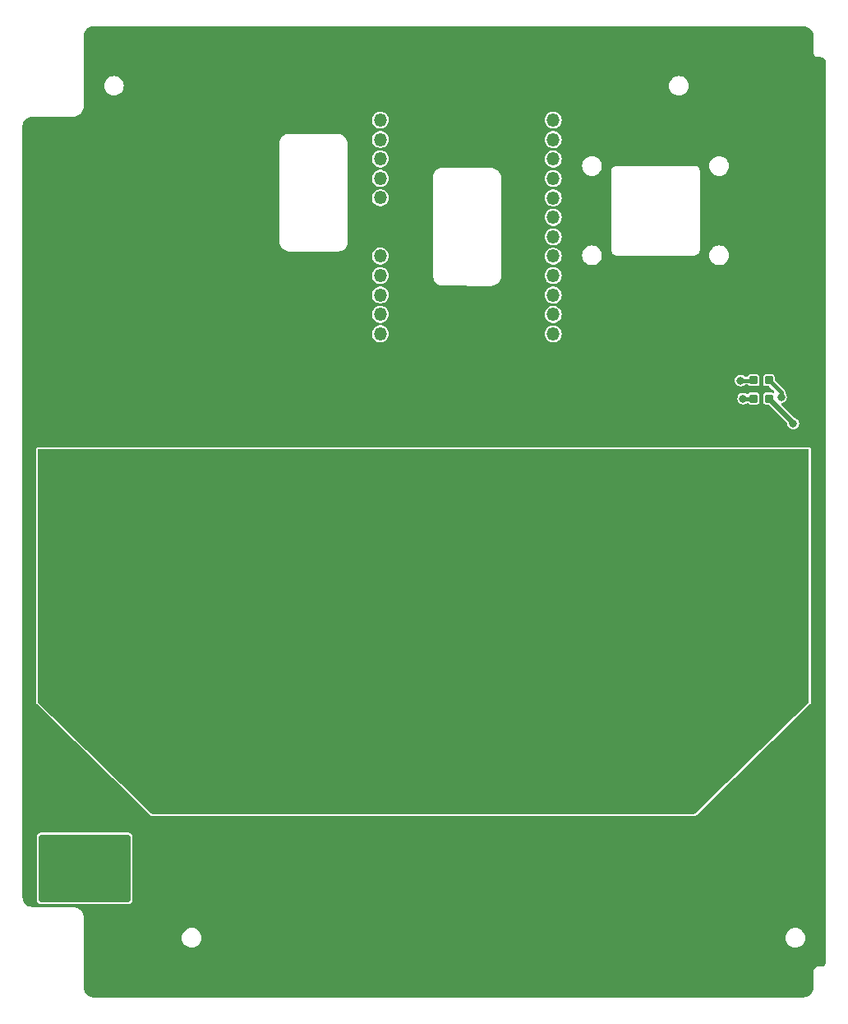
<source format=gtl>
G04 #@! TF.GenerationSoftware,KiCad,Pcbnew,8.0.2*
G04 #@! TF.CreationDate,2024-08-20T08:20:47+02:00*
G04 #@! TF.ProjectId,STS1_SIDEPANEL,53545331-5f53-4494-9445-50414e454c2e,rev?*
G04 #@! TF.SameCoordinates,Original*
G04 #@! TF.FileFunction,Copper,L1,Top*
G04 #@! TF.FilePolarity,Positive*
%FSLAX46Y46*%
G04 Gerber Fmt 4.6, Leading zero omitted, Abs format (unit mm)*
G04 Created by KiCad (PCBNEW 8.0.2) date 2024-08-20 08:20:47*
%MOMM*%
%LPD*%
G01*
G04 APERTURE LIST*
G04 Aperture macros list*
%AMRoundRect*
0 Rectangle with rounded corners*
0 $1 Rounding radius*
0 $2 $3 $4 $5 $6 $7 $8 $9 X,Y pos of 4 corners*
0 Add a 4 corners polygon primitive as box body*
4,1,4,$2,$3,$4,$5,$6,$7,$8,$9,$2,$3,0*
0 Add four circle primitives for the rounded corners*
1,1,$1+$1,$2,$3*
1,1,$1+$1,$4,$5*
1,1,$1+$1,$6,$7*
1,1,$1+$1,$8,$9*
0 Add four rect primitives between the rounded corners*
20,1,$1+$1,$2,$3,$4,$5,0*
20,1,$1+$1,$4,$5,$6,$7,0*
20,1,$1+$1,$6,$7,$8,$9,0*
20,1,$1+$1,$8,$9,$2,$3,0*%
%AMFreePoly0*
4,1,17,27.998779,14.255902,28.009846,14.246565,39.669846,2.866565,39.698571,2.811843,39.696113,2.795000,39.700000,2.795000,39.700000,-2.795000,-39.700000,-2.795000,-39.700000,2.795000,-39.695106,2.795000,-39.695106,2.825902,-39.669846,2.866565,-28.009846,14.246565,-27.954442,14.273952,-27.940000,14.275000,27.940000,14.275000,27.998779,14.255902,27.998779,14.255902,$1*%
G04 Aperture macros list end*
G04 #@! TA.AperFunction,FiducialPad,Local*
%ADD10C,6.000000*%
G04 #@! TD*
G04 #@! TA.AperFunction,SMDPad,CuDef*
%ADD11FreePoly0,180.000000*%
G04 #@! TD*
G04 #@! TA.AperFunction,FiducialPad,Global*
%ADD12C,6.000000*%
G04 #@! TD*
G04 #@! TA.AperFunction,SMDPad,CuDef*
%ADD13R,79.400000X20.475000*%
G04 #@! TD*
G04 #@! TA.AperFunction,SMDPad,CuDef*
%ADD14RoundRect,0.350000X4.400000X3.150000X-4.400000X3.150000X-4.400000X-3.150000X4.400000X-3.150000X0*%
G04 #@! TD*
G04 #@! TA.AperFunction,ComponentPad*
%ADD15O,1.350000X1.350000*%
G04 #@! TD*
G04 #@! TA.AperFunction,SMDPad,CuDef*
%ADD16RoundRect,0.100000X0.300000X-0.300000X0.300000X0.300000X-0.300000X0.300000X-0.300000X-0.300000X0*%
G04 #@! TD*
G04 #@! TA.AperFunction,ViaPad*
%ADD17C,0.800000*%
G04 #@! TD*
G04 #@! TA.AperFunction,Conductor*
%ADD18C,0.300000*%
G04 #@! TD*
G04 #@! TA.AperFunction,Conductor*
%ADD19C,0.500000*%
G04 #@! TD*
G04 #@! TA.AperFunction,Conductor*
%ADD20C,0.400000*%
G04 #@! TD*
G04 #@! TA.AperFunction,Conductor*
%ADD21C,1.000000*%
G04 #@! TD*
G04 #@! TA.AperFunction,Conductor*
%ADD22C,0.450000*%
G04 #@! TD*
G04 APERTURE END LIST*
D10*
X148949200Y-100709800D03*
D11*
X124949200Y-106314800D03*
D12*
X124949200Y-100709800D03*
D13*
X124949200Y-93282300D03*
D12*
X98949200Y-100709800D03*
D14*
X140279200Y-126209800D03*
X108819200Y-126209800D03*
X90024200Y-126204800D03*
D15*
X120500000Y-71175000D03*
X120500000Y-69175000D03*
X120500000Y-67175000D03*
X120500000Y-65175000D03*
X120500000Y-63175000D03*
X120500000Y-61175000D03*
X120500000Y-59175000D03*
X120500000Y-57175000D03*
X120500000Y-55175000D03*
X120500000Y-53175000D03*
X120500000Y-51175000D03*
X120500000Y-49175000D03*
D16*
X160550000Y-75940000D03*
X158950000Y-75940000D03*
X158950000Y-77840000D03*
X160550000Y-77840000D03*
D15*
X138309600Y-71186600D03*
X138309600Y-69186600D03*
X138309600Y-67186600D03*
X138309600Y-65186600D03*
X138309600Y-63186600D03*
X138309600Y-61186600D03*
X138309600Y-59186600D03*
X138309600Y-57186600D03*
X138309600Y-55186600D03*
X138309600Y-53186600D03*
X138309600Y-51186600D03*
X138309600Y-49186600D03*
D17*
X163000000Y-61100000D03*
X124000000Y-46100000D03*
X148000000Y-67100000D03*
X165000000Y-67100000D03*
X128000000Y-129000000D03*
X104000000Y-132000000D03*
X100000000Y-40500000D03*
X158042600Y-126251000D03*
X92000000Y-138000000D03*
X94000000Y-43100000D03*
X157000000Y-67100000D03*
X103000000Y-40500000D03*
X103000000Y-49100000D03*
X145000000Y-64100000D03*
X128000000Y-132000000D03*
X152000000Y-135000000D03*
X98000000Y-132000000D03*
X145000000Y-67100000D03*
X127000000Y-52100000D03*
X142000000Y-49100000D03*
X118000000Y-46100000D03*
X136000000Y-46100000D03*
X116000000Y-132000000D03*
X94000000Y-58100000D03*
X94000000Y-61100000D03*
X151000000Y-40500000D03*
X165000000Y-61100000D03*
X136000000Y-70100000D03*
X94000000Y-55100000D03*
X88000000Y-67100000D03*
X125000000Y-135000000D03*
X88000000Y-64100000D03*
X163000000Y-70100000D03*
X128000000Y-135000000D03*
X97968800Y-129000000D03*
X133000000Y-40500000D03*
X113000000Y-138000000D03*
X100968800Y-126000000D03*
X113000000Y-135000000D03*
X161000000Y-132000000D03*
X157000000Y-70100000D03*
X130000000Y-46100000D03*
X107000000Y-132000000D03*
X154000000Y-73100000D03*
X131000000Y-135000000D03*
X165000000Y-49100000D03*
X125000000Y-132000000D03*
X154000000Y-67100000D03*
X124000000Y-40500000D03*
X122000000Y-132000000D03*
X149000000Y-135000000D03*
X119000000Y-132000000D03*
X97000000Y-43100000D03*
X131000000Y-129000000D03*
X85000000Y-70100000D03*
X157000000Y-64100000D03*
X85000000Y-79100000D03*
X152000000Y-138000000D03*
X130000000Y-40500000D03*
X119000000Y-135000000D03*
X165000000Y-64100000D03*
X163000000Y-73100000D03*
X151000000Y-64100000D03*
X85000000Y-67100000D03*
X145000000Y-49100000D03*
X148000000Y-46100000D03*
X140000000Y-138000000D03*
X97000000Y-64100000D03*
X136000000Y-52100000D03*
X136000000Y-61100000D03*
X142000000Y-46100000D03*
X130000000Y-67100000D03*
X148000000Y-49100000D03*
X113000000Y-132000000D03*
X116000000Y-138000000D03*
X98000000Y-138000000D03*
X142000000Y-73100000D03*
X148000000Y-73100000D03*
X94000000Y-64100000D03*
X165000000Y-52100000D03*
X131000000Y-126000000D03*
X133000000Y-46100000D03*
X158042600Y-129251000D03*
X109000000Y-46100000D03*
X154000000Y-40500000D03*
X165000000Y-73100000D03*
X95000000Y-135000000D03*
X163000000Y-64100000D03*
X97000000Y-46100000D03*
X100000000Y-58100000D03*
X110000000Y-132000000D03*
X136000000Y-67100000D03*
X142000000Y-67100000D03*
X161042600Y-129251000D03*
X118250000Y-77600000D03*
X127000000Y-49100000D03*
X88000000Y-52100000D03*
X161042600Y-123251000D03*
X165000000Y-76100000D03*
X91000000Y-73100000D03*
X95000000Y-138000000D03*
X136000000Y-55100000D03*
X160000000Y-49100000D03*
X136000000Y-58100000D03*
X151000000Y-52100000D03*
X154000000Y-64100000D03*
X94000000Y-49100000D03*
X140000000Y-135000000D03*
X145000000Y-40500000D03*
X131000000Y-138000000D03*
X109000000Y-58100000D03*
X165000000Y-70100000D03*
X157000000Y-73100000D03*
X85000000Y-76100000D03*
X137000000Y-135014000D03*
X160000000Y-46100000D03*
X127000000Y-67100000D03*
X163000000Y-58100000D03*
X155000000Y-135000000D03*
X101000000Y-138000000D03*
X163000000Y-40500000D03*
X112000000Y-46100000D03*
X139000000Y-46100000D03*
X104000000Y-138000000D03*
X134000000Y-135000000D03*
X161042600Y-126251000D03*
X148050000Y-76100000D03*
X128000000Y-138000000D03*
X112250000Y-77600000D03*
X157000000Y-49075000D03*
X109000000Y-52100000D03*
X97000000Y-40500000D03*
X163000000Y-49100000D03*
X134000000Y-132000000D03*
X158000000Y-135000000D03*
X92000000Y-135000000D03*
X158000000Y-138000000D03*
X131000000Y-132000000D03*
X157000000Y-46100000D03*
X106000000Y-40500000D03*
X142000000Y-70100000D03*
X91000000Y-70100000D03*
X133000000Y-52100000D03*
X143000000Y-138000000D03*
X163000000Y-46100000D03*
X104000000Y-135000000D03*
X157000000Y-40500000D03*
X151000000Y-67100000D03*
X158042600Y-123251000D03*
X94000000Y-52100000D03*
X92000000Y-132000000D03*
X101000000Y-135000000D03*
X163000000Y-52100000D03*
X148000000Y-64100000D03*
X161000000Y-138000000D03*
X121000000Y-46100000D03*
X85000000Y-58100000D03*
X134000000Y-129000000D03*
X85000000Y-55100000D03*
X127000000Y-40500000D03*
X107000000Y-138000000D03*
X137000000Y-138014000D03*
X88000000Y-76100000D03*
X109000000Y-55100000D03*
X91000000Y-76100000D03*
X127000000Y-46100000D03*
X98000000Y-135000000D03*
X134000000Y-138000000D03*
X88000000Y-79100000D03*
X139000000Y-40500000D03*
X119000000Y-138000000D03*
X118000000Y-40500000D03*
X145000000Y-46100000D03*
X85000000Y-52100000D03*
X142000000Y-52100000D03*
X91000000Y-64100000D03*
X129950000Y-70100000D03*
X158000000Y-132000000D03*
X107000000Y-135000000D03*
X103968800Y-129000000D03*
X88000000Y-61100000D03*
X128000000Y-126000000D03*
X91000000Y-58100000D03*
X136000000Y-64100000D03*
X151000000Y-73100000D03*
X136000000Y-40500000D03*
X143000000Y-135000000D03*
X106000000Y-46100000D03*
X88000000Y-70100000D03*
X97968800Y-126000000D03*
X161000000Y-135000000D03*
X100968800Y-129000000D03*
X165000000Y-55100000D03*
X110000000Y-138000000D03*
X91000000Y-67100000D03*
X163000000Y-55100000D03*
X85000000Y-64100000D03*
X145000000Y-52100000D03*
X91000000Y-49100000D03*
X94000000Y-40500000D03*
X132950000Y-70100000D03*
X100000000Y-43100000D03*
X148000000Y-70100000D03*
X85000000Y-61100000D03*
X88000000Y-73100000D03*
X145000000Y-70100000D03*
X91000000Y-61100000D03*
X100000000Y-61100000D03*
X130000000Y-49100000D03*
X97000000Y-61100000D03*
X163000000Y-67100000D03*
X151000000Y-70100000D03*
X125000000Y-126000000D03*
X149000000Y-138000000D03*
X150950000Y-49100000D03*
X148000000Y-40500000D03*
X133000000Y-49100000D03*
X85000000Y-73100000D03*
X160000000Y-40500000D03*
X154000000Y-70100000D03*
X112000000Y-40500000D03*
X91000000Y-55100000D03*
X88000000Y-55100000D03*
X122000000Y-135000000D03*
X122000000Y-138000000D03*
X109000000Y-40500000D03*
X97000000Y-67100000D03*
X115000000Y-40500000D03*
X95000000Y-132000000D03*
X148000000Y-52100000D03*
X97000000Y-58100000D03*
X103968800Y-126000000D03*
X91000000Y-52100000D03*
X134000000Y-126000000D03*
X142000000Y-40500000D03*
X121000000Y-40500000D03*
X146000000Y-135000000D03*
X116000000Y-135000000D03*
X136000000Y-49100000D03*
X121250000Y-77600000D03*
X115250000Y-77600000D03*
X165000000Y-46100000D03*
X155000000Y-138000000D03*
X97000000Y-70100000D03*
X130000000Y-52100000D03*
X110000000Y-135000000D03*
X88000000Y-58100000D03*
X145000000Y-73100000D03*
X133000000Y-67100000D03*
X115000000Y-46100000D03*
X165000000Y-58100000D03*
X125000000Y-138000000D03*
X146000000Y-138000000D03*
X163038890Y-80400000D03*
X157884379Y-77840000D03*
X157620000Y-75980000D03*
X161782831Y-77700000D03*
D18*
X118413400Y-63186600D02*
X118400000Y-63200000D01*
D19*
X163038890Y-80328890D02*
X160550000Y-77840000D01*
X163038890Y-80400000D02*
X163038890Y-80328890D01*
D20*
X157884379Y-77840000D02*
X158950000Y-77840000D01*
X157620000Y-75980000D02*
X158910000Y-75980000D01*
X158910000Y-75980000D02*
X158950000Y-75940000D01*
D21*
X149044200Y-100804800D02*
X148949200Y-100709800D01*
X137009200Y-100709800D02*
X136914200Y-100804800D01*
D22*
X161782831Y-77700000D02*
X161782831Y-77172831D01*
X161782831Y-77172831D02*
X160550000Y-75940000D01*
G04 #@! TA.AperFunction,Conductor*
G36*
X164139503Y-39512188D02*
G01*
X164306127Y-39539977D01*
X164327349Y-39545482D01*
X164485946Y-39602019D01*
X164505870Y-39611182D01*
X164652006Y-39694780D01*
X164670011Y-39707316D01*
X164799122Y-39815362D01*
X164814637Y-39830877D01*
X164922683Y-39959988D01*
X164935221Y-39977996D01*
X165018814Y-40124123D01*
X165027982Y-40144058D01*
X165084514Y-40302642D01*
X165090023Y-40323880D01*
X165103057Y-40402032D01*
X165117811Y-40490496D01*
X165119500Y-40510894D01*
X165119500Y-42170954D01*
X165119274Y-42178436D01*
X165115982Y-42232883D01*
X165115982Y-42232884D01*
X165137121Y-42348217D01*
X165185247Y-42455144D01*
X165185249Y-42455147D01*
X165257556Y-42547439D01*
X165257560Y-42547443D01*
X165349852Y-42619750D01*
X165349855Y-42619752D01*
X165349858Y-42619753D01*
X165349859Y-42619754D01*
X165456781Y-42667878D01*
X165572114Y-42689017D01*
X165572115Y-42689016D01*
X165572116Y-42689017D01*
X165609936Y-42686730D01*
X165626563Y-42685725D01*
X165634044Y-42685500D01*
X165887539Y-42685500D01*
X165911009Y-42687741D01*
X166008122Y-42706470D01*
X166036147Y-42715432D01*
X166123521Y-42755342D01*
X166148648Y-42770659D01*
X166224149Y-42830037D01*
X166244962Y-42850850D01*
X166304337Y-42926347D01*
X166319660Y-42951483D01*
X166359566Y-43038850D01*
X166368531Y-43066887D01*
X166387256Y-43163979D01*
X166389500Y-43187461D01*
X166389500Y-135805707D01*
X166388697Y-135812001D01*
X166389069Y-135818170D01*
X166389066Y-135833109D01*
X166383701Y-135921736D01*
X166378313Y-135951135D01*
X166354145Y-136028688D01*
X166341876Y-136055947D01*
X166299855Y-136125456D01*
X166281420Y-136148986D01*
X166223986Y-136206420D01*
X166200456Y-136224855D01*
X166130947Y-136266876D01*
X166103688Y-136279145D01*
X166026135Y-136303313D01*
X165996736Y-136308701D01*
X165908110Y-136314066D01*
X165893171Y-136314069D01*
X165887001Y-136313697D01*
X165880707Y-136314500D01*
X165634044Y-136314500D01*
X165626563Y-136314274D01*
X165624097Y-136314124D01*
X165572116Y-136310982D01*
X165572115Y-136310982D01*
X165456782Y-136332121D01*
X165349855Y-136380247D01*
X165349852Y-136380249D01*
X165257560Y-136452556D01*
X165257556Y-136452560D01*
X165185249Y-136544852D01*
X165185247Y-136544855D01*
X165137121Y-136651782D01*
X165115982Y-136767115D01*
X165115982Y-136767116D01*
X165119274Y-136821562D01*
X165119500Y-136829044D01*
X165119500Y-138489104D01*
X165117811Y-138509502D01*
X165090024Y-138676118D01*
X165084514Y-138697357D01*
X165027982Y-138855941D01*
X165018814Y-138875876D01*
X164935221Y-139022003D01*
X164922683Y-139040011D01*
X164814637Y-139169122D01*
X164799122Y-139184637D01*
X164670011Y-139292683D01*
X164652003Y-139305221D01*
X164505876Y-139388814D01*
X164485941Y-139397982D01*
X164327357Y-139454514D01*
X164306118Y-139460024D01*
X164139504Y-139487811D01*
X164119106Y-139489500D01*
X90910894Y-139489500D01*
X90890496Y-139487811D01*
X90723881Y-139460024D01*
X90702642Y-139454514D01*
X90544058Y-139397982D01*
X90524123Y-139388814D01*
X90377996Y-139305221D01*
X90359988Y-139292683D01*
X90230877Y-139184637D01*
X90215362Y-139169122D01*
X90177265Y-139123598D01*
X90107315Y-139040009D01*
X90094778Y-139022003D01*
X90061405Y-138963664D01*
X90011182Y-138875870D01*
X90002019Y-138855946D01*
X89945482Y-138697349D01*
X89939976Y-138676124D01*
X89912189Y-138509501D01*
X89910500Y-138489104D01*
X89910500Y-133350000D01*
X100034611Y-133350000D01*
X100054121Y-133548095D01*
X100111903Y-133738574D01*
X100205731Y-133914114D01*
X100205735Y-133914121D01*
X100332011Y-134067988D01*
X100485878Y-134194264D01*
X100485885Y-134194268D01*
X100661425Y-134288096D01*
X100661427Y-134288097D01*
X100851907Y-134345879D01*
X101050000Y-134365389D01*
X101248093Y-134345879D01*
X101438573Y-134288097D01*
X101614120Y-134194265D01*
X101767988Y-134067988D01*
X101894265Y-133914120D01*
X101988097Y-133738573D01*
X102045879Y-133548093D01*
X102065389Y-133350000D01*
X162234611Y-133350000D01*
X162254121Y-133548095D01*
X162311903Y-133738574D01*
X162405731Y-133914114D01*
X162405735Y-133914121D01*
X162532011Y-134067988D01*
X162685878Y-134194264D01*
X162685885Y-134194268D01*
X162861425Y-134288096D01*
X162861427Y-134288097D01*
X163051907Y-134345879D01*
X163250000Y-134365389D01*
X163448093Y-134345879D01*
X163638573Y-134288097D01*
X163814120Y-134194265D01*
X163967988Y-134067988D01*
X164094265Y-133914120D01*
X164188097Y-133738573D01*
X164245879Y-133548093D01*
X164265389Y-133350000D01*
X164245879Y-133151907D01*
X164188097Y-132961427D01*
X164094265Y-132785880D01*
X164094264Y-132785878D01*
X163967988Y-132632011D01*
X163814121Y-132505735D01*
X163814114Y-132505731D01*
X163638574Y-132411903D01*
X163448095Y-132354121D01*
X163250000Y-132334611D01*
X163051904Y-132354121D01*
X162861425Y-132411903D01*
X162685885Y-132505731D01*
X162685878Y-132505735D01*
X162532011Y-132632011D01*
X162405735Y-132785878D01*
X162405731Y-132785885D01*
X162311903Y-132961425D01*
X162254121Y-133151904D01*
X162234611Y-133350000D01*
X102065389Y-133350000D01*
X102045879Y-133151907D01*
X101988097Y-132961427D01*
X101894265Y-132785880D01*
X101894264Y-132785878D01*
X101767988Y-132632011D01*
X101614121Y-132505735D01*
X101614114Y-132505731D01*
X101438574Y-132411903D01*
X101248095Y-132354121D01*
X101050000Y-132334611D01*
X100851904Y-132354121D01*
X100661425Y-132411903D01*
X100485885Y-132505731D01*
X100485878Y-132505735D01*
X100332011Y-132632011D01*
X100205735Y-132785878D01*
X100205731Y-132785885D01*
X100111903Y-132961425D01*
X100054121Y-133151904D01*
X100034611Y-133350000D01*
X89910500Y-133350000D01*
X89910500Y-131218370D01*
X89911377Y-131211033D01*
X89910863Y-131204330D01*
X89910500Y-131194846D01*
X89910500Y-131182797D01*
X89908638Y-131174988D01*
X89903121Y-131102034D01*
X89903119Y-131102026D01*
X89854182Y-130913398D01*
X89854178Y-130913387D01*
X89772757Y-130736335D01*
X89661401Y-130576401D01*
X89523598Y-130438598D01*
X89363664Y-130327242D01*
X89186612Y-130245821D01*
X89186601Y-130245817D01*
X88997974Y-130196880D01*
X88997964Y-130196878D01*
X88925005Y-130191360D01*
X88917204Y-130189500D01*
X88905145Y-130189500D01*
X88895656Y-130189136D01*
X88889001Y-130188625D01*
X88881667Y-130189500D01*
X84610894Y-130189500D01*
X84590496Y-130187811D01*
X84423881Y-130160024D01*
X84402642Y-130154514D01*
X84244058Y-130097982D01*
X84224123Y-130088814D01*
X84077996Y-130005221D01*
X84059988Y-129992683D01*
X83930877Y-129884637D01*
X83915362Y-129869122D01*
X83890288Y-129839160D01*
X83807315Y-129740009D01*
X83794778Y-129722003D01*
X83740513Y-129627143D01*
X83711182Y-129575870D01*
X83702019Y-129555946D01*
X83645482Y-129397349D01*
X83639976Y-129376124D01*
X83612189Y-129209501D01*
X83610500Y-129189104D01*
X83610500Y-123011698D01*
X85073700Y-123011698D01*
X85073700Y-129397902D01*
X85079326Y-129444754D01*
X85084322Y-129486361D01*
X85084322Y-129486363D01*
X85084323Y-129486364D01*
X85101922Y-129530992D01*
X85139839Y-129627143D01*
X85231277Y-129747722D01*
X85351856Y-129839160D01*
X85351857Y-129839160D01*
X85351858Y-129839161D01*
X85492636Y-129894677D01*
X85581098Y-129905300D01*
X85581103Y-129905300D01*
X94467297Y-129905300D01*
X94467302Y-129905300D01*
X94555764Y-129894677D01*
X94696542Y-129839161D01*
X94817122Y-129747722D01*
X94908561Y-129627142D01*
X94964077Y-129486364D01*
X94974700Y-129397902D01*
X94974700Y-123011698D01*
X94964077Y-122923236D01*
X94908561Y-122782458D01*
X94908560Y-122782457D01*
X94908560Y-122782456D01*
X94817122Y-122661877D01*
X94696543Y-122570439D01*
X94555761Y-122514922D01*
X94510126Y-122509442D01*
X94467302Y-122504300D01*
X85581098Y-122504300D01*
X85542053Y-122508988D01*
X85492638Y-122514922D01*
X85351856Y-122570439D01*
X85231277Y-122661877D01*
X85139839Y-122782456D01*
X85084322Y-122923238D01*
X85078388Y-122972653D01*
X85073700Y-123011698D01*
X83610500Y-123011698D01*
X83610500Y-109134593D01*
X85040322Y-109134593D01*
X85040323Y-109134597D01*
X85063744Y-109222995D01*
X85063747Y-109223003D01*
X85093904Y-109280451D01*
X85093908Y-109280458D01*
X85132328Y-109332009D01*
X85132334Y-109332015D01*
X85132336Y-109332017D01*
X96792316Y-120711998D01*
X96792323Y-120712004D01*
X96792328Y-120712009D01*
X96803351Y-120722013D01*
X96814972Y-120731817D01*
X96883980Y-120770189D01*
X96883983Y-120770190D01*
X96883985Y-120770191D01*
X96941805Y-120788977D01*
X96945697Y-120790242D01*
X97009200Y-120800300D01*
X97009201Y-120800300D01*
X152889212Y-120800300D01*
X152901955Y-120799837D01*
X152904081Y-120799760D01*
X152919245Y-120798659D01*
X152995427Y-120777921D01*
X153053601Y-120749165D01*
X153106072Y-120712009D01*
X164766072Y-109332009D01*
X164797099Y-109293381D01*
X164823622Y-109250685D01*
X164834210Y-109231410D01*
X164854561Y-109142247D01*
X164854561Y-109118006D01*
X164854700Y-109115536D01*
X164854700Y-103519797D01*
X164854699Y-103519795D01*
X164850480Y-103482344D01*
X164849700Y-103468460D01*
X164849700Y-83025049D01*
X164849699Y-83025047D01*
X164838068Y-82966570D01*
X164838067Y-82966569D01*
X164793752Y-82900247D01*
X164727430Y-82855932D01*
X164727429Y-82855931D01*
X164668952Y-82844300D01*
X164668948Y-82844300D01*
X85229452Y-82844300D01*
X85229447Y-82844300D01*
X85170970Y-82855931D01*
X85170969Y-82855932D01*
X85104647Y-82900247D01*
X85060332Y-82966569D01*
X85060331Y-82966570D01*
X85048700Y-83025047D01*
X85048700Y-103483921D01*
X85045591Y-103511514D01*
X85043700Y-103519796D01*
X85043700Y-109079584D01*
X85042578Y-109095033D01*
X85042632Y-109095039D01*
X85042436Y-109096987D01*
X85042400Y-109097489D01*
X85042355Y-109097794D01*
X85042352Y-109097819D01*
X85040322Y-109134593D01*
X83610500Y-109134593D01*
X83610500Y-77839998D01*
X157278697Y-77839998D01*
X157278697Y-77840001D01*
X157299334Y-77996760D01*
X157299335Y-77996762D01*
X157359843Y-78142841D01*
X157456097Y-78268282D01*
X157581538Y-78364536D01*
X157727617Y-78425044D01*
X157805998Y-78435363D01*
X157884378Y-78445682D01*
X157884379Y-78445682D01*
X157884380Y-78445682D01*
X157936633Y-78438802D01*
X158041141Y-78425044D01*
X158187220Y-78364536D01*
X158249390Y-78316831D01*
X158314557Y-78291638D01*
X158383002Y-78305676D01*
X158412556Y-78327527D01*
X158477235Y-78392206D01*
X158580009Y-78437585D01*
X158605135Y-78440500D01*
X159294864Y-78440499D01*
X159294879Y-78440497D01*
X159294882Y-78440497D01*
X159319987Y-78437586D01*
X159319988Y-78437585D01*
X159319991Y-78437585D01*
X159422765Y-78392206D01*
X159502206Y-78312765D01*
X159547585Y-78209991D01*
X159550500Y-78184865D01*
X159550499Y-77495136D01*
X159550497Y-77495117D01*
X159547586Y-77470012D01*
X159547585Y-77470010D01*
X159547585Y-77470009D01*
X159502206Y-77367235D01*
X159422765Y-77287794D01*
X159422763Y-77287793D01*
X159319992Y-77242415D01*
X159294865Y-77239500D01*
X158605143Y-77239500D01*
X158605117Y-77239502D01*
X158580012Y-77242413D01*
X158580008Y-77242415D01*
X158477236Y-77287793D01*
X158412556Y-77352473D01*
X158351232Y-77385957D01*
X158281541Y-77380972D01*
X158249389Y-77363167D01*
X158187221Y-77315464D01*
X158041141Y-77254956D01*
X158041139Y-77254955D01*
X157884380Y-77234318D01*
X157884378Y-77234318D01*
X157727618Y-77254955D01*
X157727616Y-77254956D01*
X157581539Y-77315463D01*
X157456097Y-77411718D01*
X157359842Y-77537160D01*
X157299335Y-77683237D01*
X157299334Y-77683239D01*
X157278697Y-77839998D01*
X83610500Y-77839998D01*
X83610500Y-75979998D01*
X157014318Y-75979998D01*
X157014318Y-75980001D01*
X157034955Y-76136760D01*
X157034956Y-76136762D01*
X157095464Y-76282841D01*
X157191718Y-76408282D01*
X157317159Y-76504536D01*
X157463238Y-76565044D01*
X157541619Y-76575363D01*
X157619999Y-76585682D01*
X157620000Y-76585682D01*
X157620001Y-76585682D01*
X157687329Y-76576818D01*
X157776762Y-76565044D01*
X157922841Y-76504536D01*
X158048282Y-76408282D01*
X158048283Y-76408279D01*
X158051093Y-76406124D01*
X158116263Y-76380930D01*
X158126580Y-76380500D01*
X158314167Y-76380500D01*
X158381206Y-76400185D01*
X158401848Y-76416819D01*
X158477235Y-76492206D01*
X158580009Y-76537585D01*
X158605135Y-76540500D01*
X159294864Y-76540499D01*
X159294879Y-76540497D01*
X159294882Y-76540497D01*
X159319987Y-76537586D01*
X159319988Y-76537585D01*
X159319991Y-76537585D01*
X159422765Y-76492206D01*
X159502206Y-76412765D01*
X159547585Y-76309991D01*
X159550500Y-76284865D01*
X159550499Y-75595136D01*
X159550498Y-75595131D01*
X159949500Y-75595131D01*
X159949500Y-76284856D01*
X159949502Y-76284882D01*
X159952413Y-76309987D01*
X159952415Y-76309991D01*
X159997793Y-76412764D01*
X159997794Y-76412765D01*
X160077235Y-76492206D01*
X160180009Y-76537585D01*
X160205135Y-76540500D01*
X160497389Y-76540499D01*
X160564428Y-76560183D01*
X160585070Y-76576818D01*
X160919823Y-76911571D01*
X161044498Y-77036245D01*
X161077983Y-77097568D01*
X161072999Y-77167259D01*
X161031128Y-77223193D01*
X160965663Y-77247610D01*
X160924269Y-77243578D01*
X160919996Y-77242415D01*
X160894865Y-77239500D01*
X160205143Y-77239500D01*
X160205117Y-77239502D01*
X160180012Y-77242413D01*
X160180008Y-77242415D01*
X160077235Y-77287793D01*
X159997794Y-77367234D01*
X159952415Y-77470006D01*
X159952415Y-77470008D01*
X159949500Y-77495131D01*
X159949500Y-78184856D01*
X159949502Y-78184882D01*
X159952413Y-78209987D01*
X159952415Y-78209991D01*
X159997793Y-78312764D01*
X159997794Y-78312765D01*
X160077235Y-78392206D01*
X160180009Y-78437585D01*
X160205135Y-78440500D01*
X160462034Y-78440499D01*
X160529073Y-78460183D01*
X160549715Y-78476818D01*
X162397426Y-80324529D01*
X162430911Y-80385852D01*
X162432684Y-80396024D01*
X162433208Y-80400001D01*
X162453846Y-80556762D01*
X162514354Y-80702841D01*
X162610608Y-80828282D01*
X162736049Y-80924536D01*
X162882128Y-80985044D01*
X162960509Y-80995363D01*
X163038889Y-81005682D01*
X163038890Y-81005682D01*
X163038891Y-81005682D01*
X163091144Y-80998802D01*
X163195652Y-80985044D01*
X163341731Y-80924536D01*
X163467172Y-80828282D01*
X163563426Y-80702841D01*
X163623934Y-80556762D01*
X163644572Y-80400000D01*
X163642709Y-80385852D01*
X163623934Y-80243239D01*
X163623934Y-80243238D01*
X163563426Y-80097159D01*
X163467172Y-79971718D01*
X163341731Y-79875464D01*
X163341729Y-79875463D01*
X163195649Y-79814954D01*
X163187802Y-79812852D01*
X163188355Y-79810785D01*
X163134786Y-79787078D01*
X163127201Y-79780098D01*
X161845713Y-78498610D01*
X161812228Y-78437287D01*
X161817212Y-78367595D01*
X161859084Y-78311662D01*
X161917206Y-78287991D01*
X161939593Y-78285044D01*
X162085672Y-78224536D01*
X162211113Y-78128282D01*
X162307367Y-78002841D01*
X162367875Y-77856762D01*
X162388513Y-77700000D01*
X162386306Y-77683239D01*
X162367875Y-77543239D01*
X162367875Y-77543238D01*
X162307367Y-77397159D01*
X162307366Y-77397158D01*
X162307366Y-77397157D01*
X162233955Y-77301485D01*
X162208761Y-77236315D01*
X162208331Y-77225999D01*
X162208331Y-77116812D01*
X162207833Y-77114955D01*
X162207826Y-77114930D01*
X162203174Y-77097568D01*
X162179334Y-77008594D01*
X162123316Y-76911568D01*
X162044094Y-76832346D01*
X162044093Y-76832345D01*
X162039763Y-76828015D01*
X162039752Y-76828005D01*
X161186818Y-75975070D01*
X161153333Y-75913747D01*
X161150499Y-75887389D01*
X161150499Y-75595143D01*
X161150499Y-75595136D01*
X161148685Y-75579490D01*
X161147586Y-75570012D01*
X161147585Y-75570010D01*
X161147585Y-75570009D01*
X161102206Y-75467235D01*
X161022765Y-75387794D01*
X160992245Y-75374318D01*
X160919992Y-75342415D01*
X160894865Y-75339500D01*
X160205143Y-75339500D01*
X160205117Y-75339502D01*
X160180012Y-75342413D01*
X160180008Y-75342415D01*
X160077235Y-75387793D01*
X159997794Y-75467234D01*
X159952415Y-75570006D01*
X159952415Y-75570008D01*
X159949500Y-75595131D01*
X159550498Y-75595131D01*
X159548685Y-75579490D01*
X159547586Y-75570012D01*
X159547585Y-75570010D01*
X159547585Y-75570009D01*
X159502206Y-75467235D01*
X159422765Y-75387794D01*
X159392245Y-75374318D01*
X159319992Y-75342415D01*
X159294865Y-75339500D01*
X158605143Y-75339500D01*
X158605117Y-75339502D01*
X158580012Y-75342413D01*
X158580008Y-75342415D01*
X158477235Y-75387793D01*
X158397794Y-75467234D01*
X158380860Y-75505587D01*
X158335774Y-75558963D01*
X158268988Y-75579490D01*
X158267426Y-75579500D01*
X158126580Y-75579500D01*
X158059541Y-75559815D01*
X158051093Y-75553876D01*
X158048283Y-75551720D01*
X158048282Y-75551718D01*
X157922841Y-75455464D01*
X157776762Y-75394956D01*
X157776760Y-75394955D01*
X157620001Y-75374318D01*
X157619999Y-75374318D01*
X157463239Y-75394955D01*
X157463237Y-75394956D01*
X157317160Y-75455463D01*
X157191718Y-75551718D01*
X157095463Y-75677160D01*
X157034956Y-75823237D01*
X157034955Y-75823239D01*
X157014318Y-75979998D01*
X83610500Y-75979998D01*
X83610500Y-71175000D01*
X119619678Y-71175000D01*
X119638915Y-71358029D01*
X119638916Y-71358032D01*
X119695783Y-71533053D01*
X119695786Y-71533059D01*
X119787805Y-71692440D01*
X119798250Y-71704040D01*
X119910949Y-71829206D01*
X119910951Y-71829208D01*
X120059834Y-71937378D01*
X120059835Y-71937378D01*
X120059839Y-71937381D01*
X120196953Y-71998428D01*
X120227961Y-72012234D01*
X120227966Y-72012236D01*
X120407981Y-72050500D01*
X120592019Y-72050500D01*
X120772034Y-72012236D01*
X120940161Y-71937381D01*
X121089050Y-71829207D01*
X121212195Y-71692440D01*
X121304214Y-71533059D01*
X121361085Y-71358029D01*
X121379103Y-71186600D01*
X137429278Y-71186600D01*
X137448515Y-71369629D01*
X137448516Y-71369632D01*
X137505383Y-71544653D01*
X137505386Y-71544659D01*
X137597405Y-71704040D01*
X137706927Y-71825677D01*
X137720549Y-71840806D01*
X137720551Y-71840808D01*
X137869434Y-71948978D01*
X137869435Y-71948978D01*
X137869439Y-71948981D01*
X138006553Y-72010028D01*
X138037561Y-72023834D01*
X138037566Y-72023836D01*
X138217581Y-72062100D01*
X138401619Y-72062100D01*
X138581634Y-72023836D01*
X138749761Y-71948981D01*
X138898650Y-71840807D01*
X139021795Y-71704040D01*
X139113814Y-71544659D01*
X139170685Y-71369629D01*
X139189922Y-71186600D01*
X139170685Y-71003571D01*
X139113814Y-70828541D01*
X139021795Y-70669160D01*
X138898650Y-70532393D01*
X138898648Y-70532391D01*
X138749765Y-70424221D01*
X138749762Y-70424219D01*
X138749761Y-70424219D01*
X138688712Y-70397038D01*
X138581638Y-70349365D01*
X138581633Y-70349363D01*
X138401619Y-70311100D01*
X138217581Y-70311100D01*
X138037566Y-70349363D01*
X138037561Y-70349365D01*
X137869439Y-70424219D01*
X137869434Y-70424221D01*
X137720551Y-70532391D01*
X137720549Y-70532393D01*
X137597404Y-70669161D01*
X137505386Y-70828540D01*
X137505383Y-70828546D01*
X137452285Y-70991967D01*
X137448515Y-71003571D01*
X137429278Y-71186600D01*
X121379103Y-71186600D01*
X121380322Y-71175000D01*
X121361085Y-70991971D01*
X121304214Y-70816941D01*
X121212195Y-70657560D01*
X121089050Y-70520793D01*
X121089048Y-70520791D01*
X120940165Y-70412621D01*
X120940162Y-70412619D01*
X120940161Y-70412619D01*
X120879112Y-70385438D01*
X120772038Y-70337765D01*
X120772033Y-70337763D01*
X120592019Y-70299500D01*
X120407981Y-70299500D01*
X120227966Y-70337763D01*
X120227961Y-70337765D01*
X120059839Y-70412619D01*
X120059834Y-70412621D01*
X119910951Y-70520791D01*
X119910949Y-70520793D01*
X119787804Y-70657561D01*
X119695786Y-70816940D01*
X119695783Y-70816946D01*
X119638916Y-70991967D01*
X119638915Y-70991971D01*
X119619678Y-71175000D01*
X83610500Y-71175000D01*
X83610500Y-69175000D01*
X119619678Y-69175000D01*
X119638915Y-69358029D01*
X119638916Y-69358032D01*
X119695783Y-69533053D01*
X119695786Y-69533059D01*
X119787805Y-69692440D01*
X119798250Y-69704040D01*
X119910949Y-69829206D01*
X119910951Y-69829208D01*
X120059834Y-69937378D01*
X120059835Y-69937378D01*
X120059839Y-69937381D01*
X120196953Y-69998428D01*
X120227961Y-70012234D01*
X120227966Y-70012236D01*
X120407981Y-70050500D01*
X120592019Y-70050500D01*
X120772034Y-70012236D01*
X120940161Y-69937381D01*
X121089050Y-69829207D01*
X121212195Y-69692440D01*
X121304214Y-69533059D01*
X121361085Y-69358029D01*
X121379103Y-69186600D01*
X137429278Y-69186600D01*
X137448515Y-69369629D01*
X137448516Y-69369632D01*
X137505383Y-69544653D01*
X137505386Y-69544659D01*
X137597405Y-69704040D01*
X137706927Y-69825677D01*
X137720549Y-69840806D01*
X137720551Y-69840808D01*
X137869434Y-69948978D01*
X137869435Y-69948978D01*
X137869439Y-69948981D01*
X138006553Y-70010028D01*
X138037561Y-70023834D01*
X138037566Y-70023836D01*
X138217581Y-70062100D01*
X138401619Y-70062100D01*
X138581634Y-70023836D01*
X138749761Y-69948981D01*
X138898650Y-69840807D01*
X139021795Y-69704040D01*
X139113814Y-69544659D01*
X139170685Y-69369629D01*
X139189922Y-69186600D01*
X139170685Y-69003571D01*
X139113814Y-68828541D01*
X139021795Y-68669160D01*
X138898650Y-68532393D01*
X138898648Y-68532391D01*
X138749765Y-68424221D01*
X138749762Y-68424219D01*
X138749761Y-68424219D01*
X138688712Y-68397038D01*
X138581638Y-68349365D01*
X138581633Y-68349363D01*
X138401619Y-68311100D01*
X138217581Y-68311100D01*
X138037566Y-68349363D01*
X138037561Y-68349365D01*
X137869439Y-68424219D01*
X137869434Y-68424221D01*
X137720551Y-68532391D01*
X137720549Y-68532393D01*
X137597404Y-68669161D01*
X137505386Y-68828540D01*
X137505383Y-68828546D01*
X137452285Y-68991967D01*
X137448515Y-69003571D01*
X137429278Y-69186600D01*
X121379103Y-69186600D01*
X121380322Y-69175000D01*
X121361085Y-68991971D01*
X121304214Y-68816941D01*
X121212195Y-68657560D01*
X121089050Y-68520793D01*
X121089048Y-68520791D01*
X120940165Y-68412621D01*
X120940162Y-68412619D01*
X120940161Y-68412619D01*
X120879112Y-68385438D01*
X120772038Y-68337765D01*
X120772033Y-68337763D01*
X120592019Y-68299500D01*
X120407981Y-68299500D01*
X120227966Y-68337763D01*
X120227961Y-68337765D01*
X120059839Y-68412619D01*
X120059834Y-68412621D01*
X119910951Y-68520791D01*
X119910949Y-68520793D01*
X119787804Y-68657561D01*
X119695786Y-68816940D01*
X119695783Y-68816946D01*
X119638916Y-68991967D01*
X119638915Y-68991971D01*
X119619678Y-69175000D01*
X83610500Y-69175000D01*
X83610500Y-67175000D01*
X119619678Y-67175000D01*
X119638915Y-67358029D01*
X119638916Y-67358032D01*
X119695783Y-67533053D01*
X119695786Y-67533059D01*
X119787805Y-67692440D01*
X119798250Y-67704040D01*
X119910949Y-67829206D01*
X119910951Y-67829208D01*
X120059834Y-67937378D01*
X120059835Y-67937378D01*
X120059839Y-67937381D01*
X120196953Y-67998428D01*
X120227961Y-68012234D01*
X120227966Y-68012236D01*
X120407981Y-68050500D01*
X120592019Y-68050500D01*
X120772034Y-68012236D01*
X120940161Y-67937381D01*
X121089050Y-67829207D01*
X121212195Y-67692440D01*
X121304214Y-67533059D01*
X121361085Y-67358029D01*
X121379103Y-67186600D01*
X137429278Y-67186600D01*
X137448515Y-67369629D01*
X137448516Y-67369632D01*
X137505383Y-67544653D01*
X137505386Y-67544659D01*
X137597405Y-67704040D01*
X137706927Y-67825677D01*
X137720549Y-67840806D01*
X137720551Y-67840808D01*
X137869434Y-67948978D01*
X137869435Y-67948978D01*
X137869439Y-67948981D01*
X138006553Y-68010028D01*
X138037561Y-68023834D01*
X138037566Y-68023836D01*
X138217581Y-68062100D01*
X138401619Y-68062100D01*
X138581634Y-68023836D01*
X138749761Y-67948981D01*
X138898650Y-67840807D01*
X139021795Y-67704040D01*
X139113814Y-67544659D01*
X139170685Y-67369629D01*
X139189922Y-67186600D01*
X139170685Y-67003571D01*
X139113814Y-66828541D01*
X139021795Y-66669160D01*
X138898650Y-66532393D01*
X138898648Y-66532391D01*
X138749765Y-66424221D01*
X138749762Y-66424219D01*
X138749761Y-66424219D01*
X138688712Y-66397038D01*
X138581638Y-66349365D01*
X138581633Y-66349363D01*
X138401619Y-66311100D01*
X138217581Y-66311100D01*
X138037566Y-66349363D01*
X138037561Y-66349365D01*
X137869439Y-66424219D01*
X137869434Y-66424221D01*
X137720551Y-66532391D01*
X137720549Y-66532393D01*
X137597404Y-66669161D01*
X137505386Y-66828540D01*
X137505383Y-66828546D01*
X137452285Y-66991967D01*
X137448515Y-67003571D01*
X137429278Y-67186600D01*
X121379103Y-67186600D01*
X121380322Y-67175000D01*
X121361085Y-66991971D01*
X121304214Y-66816941D01*
X121212195Y-66657560D01*
X121089050Y-66520793D01*
X121089048Y-66520791D01*
X120940165Y-66412621D01*
X120940162Y-66412619D01*
X120940161Y-66412619D01*
X120879112Y-66385438D01*
X120772038Y-66337765D01*
X120772033Y-66337763D01*
X120592019Y-66299500D01*
X120407981Y-66299500D01*
X120227966Y-66337763D01*
X120227961Y-66337765D01*
X120059839Y-66412619D01*
X120059834Y-66412621D01*
X119910951Y-66520791D01*
X119910949Y-66520793D01*
X119787804Y-66657561D01*
X119695786Y-66816940D01*
X119695783Y-66816946D01*
X119638916Y-66991967D01*
X119638915Y-66991971D01*
X119619678Y-67175000D01*
X83610500Y-67175000D01*
X83610500Y-65175000D01*
X119619678Y-65175000D01*
X119638915Y-65358029D01*
X119638916Y-65358032D01*
X119695783Y-65533053D01*
X119695786Y-65533059D01*
X119787805Y-65692440D01*
X119798250Y-65704040D01*
X119910949Y-65829206D01*
X119910951Y-65829208D01*
X120059834Y-65937378D01*
X120059835Y-65937378D01*
X120059839Y-65937381D01*
X120196953Y-65998428D01*
X120227961Y-66012234D01*
X120227966Y-66012236D01*
X120407981Y-66050500D01*
X120592019Y-66050500D01*
X120772034Y-66012236D01*
X120940161Y-65937381D01*
X121089050Y-65829207D01*
X121212195Y-65692440D01*
X121304214Y-65533059D01*
X121361085Y-65358029D01*
X121380322Y-65175000D01*
X121361085Y-64991971D01*
X121304214Y-64816941D01*
X121212195Y-64657560D01*
X121089050Y-64520793D01*
X121089048Y-64520791D01*
X120940165Y-64412621D01*
X120940162Y-64412619D01*
X120940161Y-64412619D01*
X120879112Y-64385438D01*
X120772038Y-64337765D01*
X120772033Y-64337763D01*
X120592019Y-64299500D01*
X120407981Y-64299500D01*
X120227966Y-64337763D01*
X120227961Y-64337765D01*
X120059839Y-64412619D01*
X120059834Y-64412621D01*
X119910951Y-64520791D01*
X119910949Y-64520793D01*
X119787804Y-64657561D01*
X119695786Y-64816940D01*
X119695783Y-64816946D01*
X119638916Y-64991967D01*
X119638915Y-64991971D01*
X119619678Y-65175000D01*
X83610500Y-65175000D01*
X83610500Y-63175000D01*
X119619678Y-63175000D01*
X119638915Y-63358029D01*
X119638916Y-63358032D01*
X119695783Y-63533053D01*
X119695786Y-63533059D01*
X119787805Y-63692440D01*
X119798250Y-63704040D01*
X119910949Y-63829206D01*
X119910951Y-63829208D01*
X120059834Y-63937378D01*
X120059835Y-63937378D01*
X120059839Y-63937381D01*
X120196953Y-63998428D01*
X120227961Y-64012234D01*
X120227966Y-64012236D01*
X120407981Y-64050500D01*
X120592019Y-64050500D01*
X120772034Y-64012236D01*
X120940161Y-63937381D01*
X121089050Y-63829207D01*
X121212195Y-63692440D01*
X121304214Y-63533059D01*
X121361085Y-63358029D01*
X121380322Y-63175000D01*
X121361085Y-62991971D01*
X121324061Y-62878023D01*
X121304216Y-62816946D01*
X121304213Y-62816940D01*
X121212195Y-62657560D01*
X121089050Y-62520793D01*
X121089048Y-62520791D01*
X120940165Y-62412621D01*
X120940162Y-62412619D01*
X120940161Y-62412619D01*
X120871414Y-62382011D01*
X120772038Y-62337765D01*
X120772033Y-62337763D01*
X120592019Y-62299500D01*
X120407981Y-62299500D01*
X120227966Y-62337763D01*
X120227961Y-62337765D01*
X120059839Y-62412619D01*
X120059834Y-62412621D01*
X119910951Y-62520791D01*
X119910949Y-62520793D01*
X119787804Y-62657561D01*
X119695786Y-62816940D01*
X119695783Y-62816946D01*
X119639812Y-62989209D01*
X119638915Y-62991971D01*
X119619678Y-63175000D01*
X83610500Y-63175000D01*
X83610500Y-51501600D01*
X110106779Y-51501600D01*
X110109332Y-51583107D01*
X110109393Y-51586915D01*
X110115341Y-61722952D01*
X110114441Y-61731445D01*
X110114720Y-61734182D01*
X110115356Y-61746623D01*
X110115362Y-61754209D01*
X110117706Y-61763484D01*
X110125072Y-61835450D01*
X110125073Y-61835457D01*
X110177035Y-62018288D01*
X110260088Y-62189261D01*
X110260089Y-62189263D01*
X110260090Y-62189264D01*
X110371690Y-62343133D01*
X110371692Y-62343136D01*
X110411945Y-62382011D01*
X110508414Y-62475180D01*
X110561425Y-62510882D01*
X110666064Y-62581355D01*
X110666066Y-62581356D01*
X110666072Y-62581360D01*
X110839832Y-62658416D01*
X111024367Y-62703987D01*
X111071527Y-62707161D01*
X111094451Y-62708704D01*
X111101667Y-62710393D01*
X111115410Y-62710393D01*
X111123660Y-62710668D01*
X111132103Y-62711230D01*
X111138835Y-62710393D01*
X116097547Y-62710393D01*
X116099257Y-62710654D01*
X116117897Y-62710418D01*
X116119155Y-62710402D01*
X116120717Y-62710393D01*
X116146572Y-62710393D01*
X116148442Y-62710003D01*
X116208095Y-62709188D01*
X116381262Y-62676883D01*
X116546362Y-62615466D01*
X116546364Y-62615464D01*
X116546366Y-62615464D01*
X116604861Y-62581360D01*
X116698541Y-62526743D01*
X116833322Y-62413322D01*
X116946743Y-62278541D01*
X117035466Y-62126362D01*
X117096883Y-61961262D01*
X117129188Y-61788095D01*
X117130003Y-61728442D01*
X117130393Y-61726571D01*
X117130393Y-61700717D01*
X117130403Y-61699152D01*
X117130650Y-61679509D01*
X117130393Y-61677796D01*
X117130393Y-57515993D01*
X117130410Y-57515903D01*
X117130393Y-57486485D01*
X117130393Y-57458110D01*
X117130374Y-57458022D01*
X117130199Y-57175000D01*
X119619678Y-57175000D01*
X119638915Y-57358029D01*
X119638916Y-57358032D01*
X119695783Y-57533053D01*
X119695786Y-57533059D01*
X119787805Y-57692440D01*
X119798250Y-57704040D01*
X119910949Y-57829206D01*
X119910951Y-57829208D01*
X120059834Y-57937378D01*
X120059835Y-57937378D01*
X120059839Y-57937381D01*
X120196953Y-57998428D01*
X120227961Y-58012234D01*
X120227966Y-58012236D01*
X120407981Y-58050500D01*
X120592019Y-58050500D01*
X120772034Y-58012236D01*
X120940161Y-57937381D01*
X121089050Y-57829207D01*
X121212195Y-57692440D01*
X121304214Y-57533059D01*
X121361085Y-57358029D01*
X121380322Y-57175000D01*
X121361085Y-56991971D01*
X121304214Y-56816941D01*
X121212195Y-56657560D01*
X121089050Y-56520793D01*
X121089048Y-56520791D01*
X120940165Y-56412621D01*
X120940162Y-56412619D01*
X120940161Y-56412619D01*
X120879112Y-56385438D01*
X120772038Y-56337765D01*
X120772033Y-56337763D01*
X120592019Y-56299500D01*
X120407981Y-56299500D01*
X120227966Y-56337763D01*
X120227961Y-56337765D01*
X120059839Y-56412619D01*
X120059834Y-56412621D01*
X119910951Y-56520791D01*
X119910949Y-56520793D01*
X119787804Y-56657561D01*
X119695786Y-56816940D01*
X119695783Y-56816946D01*
X119638916Y-56991967D01*
X119638915Y-56991971D01*
X119619678Y-57175000D01*
X117130199Y-57175000D01*
X117128964Y-55175000D01*
X119619678Y-55175000D01*
X119638915Y-55358029D01*
X119638916Y-55358032D01*
X119695783Y-55533053D01*
X119695786Y-55533059D01*
X119787805Y-55692440D01*
X119798250Y-55704040D01*
X119910949Y-55829206D01*
X119910951Y-55829208D01*
X120059834Y-55937378D01*
X120059835Y-55937378D01*
X120059839Y-55937381D01*
X120196953Y-55998428D01*
X120227961Y-56012234D01*
X120227966Y-56012236D01*
X120407981Y-56050500D01*
X120592019Y-56050500D01*
X120772034Y-56012236D01*
X120940161Y-55937381D01*
X121089050Y-55829207D01*
X121212195Y-55692440D01*
X121304214Y-55533059D01*
X121361085Y-55358029D01*
X121380322Y-55175000D01*
X121364648Y-55025874D01*
X125924912Y-55025874D01*
X125929337Y-55112076D01*
X125929500Y-55118433D01*
X125929500Y-65208641D01*
X125929042Y-65211801D01*
X125929462Y-65228620D01*
X125929500Y-65231708D01*
X125929500Y-65254412D01*
X125930217Y-65257801D01*
X125931810Y-65322890D01*
X125934456Y-65335727D01*
X125969214Y-65504381D01*
X126038174Y-65676385D01*
X126136501Y-65833451D01*
X126261089Y-65970618D01*
X126261095Y-65970624D01*
X126408007Y-66083559D01*
X126408009Y-66083560D01*
X126572604Y-66168692D01*
X126749675Y-66223328D01*
X126820128Y-66231858D01*
X126830279Y-66234528D01*
X126834828Y-66234533D01*
X126849675Y-66235442D01*
X126858817Y-66234561D01*
X131921339Y-66240477D01*
X131931564Y-66241737D01*
X131951204Y-66242625D01*
X131965346Y-66238752D01*
X132032159Y-66234005D01*
X132210345Y-66191028D01*
X132210348Y-66191027D01*
X132378963Y-66119186D01*
X132378964Y-66119185D01*
X132378972Y-66119182D01*
X132533400Y-66020446D01*
X132669379Y-65897536D01*
X132783165Y-65753836D01*
X132871627Y-65593301D01*
X132932329Y-65420349D01*
X132944776Y-65348622D01*
X132948513Y-65335727D01*
X132949127Y-65328569D01*
X132948147Y-65314868D01*
X132948109Y-65226854D01*
X132948091Y-65186600D01*
X137429278Y-65186600D01*
X137448515Y-65369629D01*
X137448516Y-65369632D01*
X137505383Y-65544653D01*
X137505386Y-65544659D01*
X137597405Y-65704040D01*
X137642244Y-65753839D01*
X137720549Y-65840806D01*
X137720551Y-65840808D01*
X137869434Y-65948978D01*
X137869435Y-65948978D01*
X137869439Y-65948981D01*
X138006553Y-66010028D01*
X138037561Y-66023834D01*
X138037566Y-66023836D01*
X138217581Y-66062100D01*
X138401619Y-66062100D01*
X138581634Y-66023836D01*
X138749761Y-65948981D01*
X138898650Y-65840807D01*
X139021795Y-65704040D01*
X139113814Y-65544659D01*
X139170685Y-65369629D01*
X139189922Y-65186600D01*
X139170685Y-65003571D01*
X139113814Y-64828541D01*
X139021795Y-64669160D01*
X138898650Y-64532393D01*
X138898648Y-64532391D01*
X138749765Y-64424221D01*
X138749762Y-64424219D01*
X138749761Y-64424219D01*
X138688712Y-64397038D01*
X138581638Y-64349365D01*
X138581633Y-64349363D01*
X138401619Y-64311100D01*
X138217581Y-64311100D01*
X138037566Y-64349363D01*
X138037561Y-64349365D01*
X137869439Y-64424219D01*
X137869434Y-64424221D01*
X137720551Y-64532391D01*
X137720549Y-64532393D01*
X137597404Y-64669161D01*
X137505386Y-64828540D01*
X137505383Y-64828546D01*
X137452285Y-64991967D01*
X137448515Y-65003571D01*
X137429278Y-65186600D01*
X132948091Y-65186600D01*
X132947217Y-63186600D01*
X137429278Y-63186600D01*
X137448515Y-63369629D01*
X137448516Y-63369632D01*
X137505383Y-63544653D01*
X137505386Y-63544659D01*
X137597405Y-63704040D01*
X137683521Y-63799682D01*
X137720549Y-63840806D01*
X137720551Y-63840808D01*
X137869434Y-63948978D01*
X137869435Y-63948978D01*
X137869439Y-63948981D01*
X138006553Y-64010028D01*
X138037561Y-64023834D01*
X138037566Y-64023836D01*
X138217581Y-64062100D01*
X138401619Y-64062100D01*
X138581634Y-64023836D01*
X138749761Y-63948981D01*
X138898650Y-63840807D01*
X139021795Y-63704040D01*
X139113814Y-63544659D01*
X139170685Y-63369629D01*
X139189922Y-63186600D01*
X139180820Y-63100000D01*
X141284611Y-63100000D01*
X141304121Y-63298095D01*
X141361903Y-63488574D01*
X141455731Y-63664114D01*
X141455735Y-63664121D01*
X141582011Y-63817988D01*
X141735878Y-63944264D01*
X141735885Y-63944268D01*
X141911425Y-64038096D01*
X141911427Y-64038097D01*
X142101907Y-64095879D01*
X142300000Y-64115389D01*
X142498093Y-64095879D01*
X142688573Y-64038097D01*
X142864120Y-63944265D01*
X143017988Y-63817988D01*
X143144265Y-63664120D01*
X143238097Y-63488573D01*
X143295879Y-63298093D01*
X143315389Y-63100000D01*
X143295879Y-62901907D01*
X143238097Y-62711427D01*
X143209305Y-62657561D01*
X143177521Y-62598097D01*
X144288533Y-62598097D01*
X144289419Y-62609466D01*
X144292686Y-62621071D01*
X144297444Y-62651311D01*
X144299628Y-62665190D01*
X144345645Y-62785366D01*
X144415688Y-62893319D01*
X144506681Y-62984312D01*
X144614634Y-63054355D01*
X144734810Y-63100372D01*
X144778933Y-63107313D01*
X144790535Y-63110579D01*
X144801906Y-63111466D01*
X144814094Y-63110500D01*
X152814722Y-63110500D01*
X152824839Y-63111425D01*
X152838871Y-63110500D01*
X152841566Y-63110500D01*
X152852298Y-63107616D01*
X152899016Y-63101430D01*
X152903220Y-63100000D01*
X154384611Y-63100000D01*
X154404121Y-63298095D01*
X154461903Y-63488574D01*
X154555731Y-63664114D01*
X154555735Y-63664121D01*
X154682011Y-63817988D01*
X154835878Y-63944264D01*
X154835885Y-63944268D01*
X155011425Y-64038096D01*
X155011427Y-64038097D01*
X155201907Y-64095879D01*
X155400000Y-64115389D01*
X155598093Y-64095879D01*
X155788573Y-64038097D01*
X155964120Y-63944265D01*
X156117988Y-63817988D01*
X156244265Y-63664120D01*
X156338097Y-63488573D01*
X156395879Y-63298093D01*
X156415389Y-63100000D01*
X156395879Y-62901907D01*
X156338097Y-62711427D01*
X156309305Y-62657561D01*
X156244268Y-62535885D01*
X156244264Y-62535878D01*
X156117988Y-62382011D01*
X155964121Y-62255735D01*
X155964114Y-62255731D01*
X155788574Y-62161903D01*
X155598095Y-62104121D01*
X155400000Y-62084611D01*
X155201904Y-62104121D01*
X155011425Y-62161903D01*
X154835885Y-62255731D01*
X154835878Y-62255735D01*
X154682011Y-62382011D01*
X154555735Y-62535878D01*
X154555731Y-62535885D01*
X154461903Y-62711425D01*
X154404121Y-62901904D01*
X154384611Y-63100000D01*
X152903220Y-63100000D01*
X153028206Y-63057483D01*
X153146357Y-62989209D01*
X153248944Y-62899225D01*
X153332034Y-62790979D01*
X153392443Y-62668619D01*
X153406135Y-62617633D01*
X153411195Y-62602748D01*
X153411024Y-62599432D01*
X153411025Y-62599430D01*
X153411023Y-62599427D01*
X153410664Y-62592438D01*
X153410500Y-62586054D01*
X153410500Y-54400391D01*
X153410504Y-54399444D01*
X153410951Y-54340897D01*
X153410951Y-54340895D01*
X153389052Y-54242316D01*
X153385274Y-54225308D01*
X153378140Y-54210414D01*
X153334127Y-54118519D01*
X153334126Y-54118518D01*
X153334126Y-54118517D01*
X153260157Y-54026056D01*
X153260155Y-54026055D01*
X153260155Y-54026054D01*
X153167198Y-53952713D01*
X153060067Y-53902289D01*
X153049518Y-53900000D01*
X154384611Y-53900000D01*
X154404121Y-54098095D01*
X154461903Y-54288574D01*
X154555731Y-54464114D01*
X154555735Y-54464121D01*
X154682011Y-54617988D01*
X154835878Y-54744264D01*
X154835885Y-54744268D01*
X154971845Y-54816940D01*
X155011427Y-54838097D01*
X155201907Y-54895879D01*
X155400000Y-54915389D01*
X155598093Y-54895879D01*
X155788573Y-54838097D01*
X155964120Y-54744265D01*
X156117988Y-54617988D01*
X156244265Y-54464120D01*
X156338097Y-54288573D01*
X156395879Y-54098093D01*
X156415389Y-53900000D01*
X156395879Y-53701907D01*
X156338097Y-53511427D01*
X156262306Y-53369632D01*
X156244268Y-53335885D01*
X156244264Y-53335878D01*
X156117988Y-53182011D01*
X155964121Y-53055735D01*
X155964114Y-53055731D01*
X155788574Y-52961903D01*
X155598095Y-52904121D01*
X155400000Y-52884611D01*
X155201904Y-52904121D01*
X155011425Y-52961903D01*
X154835885Y-53055731D01*
X154835878Y-53055735D01*
X154682011Y-53182011D01*
X154555735Y-53335878D01*
X154555731Y-53335885D01*
X154461903Y-53511425D01*
X154404121Y-53701904D01*
X154384611Y-53900000D01*
X153049518Y-53900000D01*
X153018768Y-53893328D01*
X153003478Y-53888544D01*
X153000495Y-53888851D01*
X152987826Y-53889500D01*
X144742478Y-53889500D01*
X144630321Y-53915100D01*
X144526683Y-53965009D01*
X144526678Y-53965012D01*
X144436738Y-54036738D01*
X144365012Y-54126678D01*
X144365009Y-54126683D01*
X144315100Y-54230321D01*
X144289500Y-54342478D01*
X144289500Y-62585906D01*
X144288533Y-62598097D01*
X143177521Y-62598097D01*
X143144268Y-62535885D01*
X143144264Y-62535878D01*
X143017988Y-62382011D01*
X142864121Y-62255735D01*
X142864114Y-62255731D01*
X142688574Y-62161903D01*
X142498095Y-62104121D01*
X142300000Y-62084611D01*
X142101904Y-62104121D01*
X141911425Y-62161903D01*
X141735885Y-62255731D01*
X141735878Y-62255735D01*
X141582011Y-62382011D01*
X141455735Y-62535878D01*
X141455731Y-62535885D01*
X141361903Y-62711425D01*
X141304121Y-62901904D01*
X141284611Y-63100000D01*
X139180820Y-63100000D01*
X139170685Y-63003571D01*
X139133661Y-62889623D01*
X139113816Y-62828546D01*
X139113813Y-62828540D01*
X139021795Y-62669160D01*
X138898650Y-62532393D01*
X138898648Y-62532391D01*
X138749765Y-62424221D01*
X138749762Y-62424219D01*
X138749761Y-62424219D01*
X138654963Y-62382012D01*
X138581638Y-62349365D01*
X138581633Y-62349363D01*
X138401619Y-62311100D01*
X138217581Y-62311100D01*
X138037566Y-62349363D01*
X138037561Y-62349365D01*
X137869439Y-62424219D01*
X137869434Y-62424221D01*
X137720551Y-62532391D01*
X137720549Y-62532393D01*
X137597404Y-62669161D01*
X137505386Y-62828540D01*
X137505383Y-62828546D01*
X137452285Y-62991967D01*
X137448515Y-63003571D01*
X137429278Y-63186600D01*
X132947217Y-63186600D01*
X132946342Y-61186600D01*
X137429278Y-61186600D01*
X137448515Y-61369629D01*
X137448516Y-61369632D01*
X137505383Y-61544653D01*
X137505386Y-61544659D01*
X137597405Y-61704040D01*
X137673079Y-61788085D01*
X137720549Y-61840806D01*
X137720551Y-61840808D01*
X137869434Y-61948978D01*
X137869435Y-61948978D01*
X137869439Y-61948981D01*
X138006553Y-62010028D01*
X138037561Y-62023834D01*
X138037566Y-62023836D01*
X138217581Y-62062100D01*
X138401619Y-62062100D01*
X138581634Y-62023836D01*
X138749761Y-61948981D01*
X138898650Y-61840807D01*
X139021795Y-61704040D01*
X139113814Y-61544659D01*
X139170685Y-61369629D01*
X139189922Y-61186600D01*
X139170685Y-61003571D01*
X139113814Y-60828541D01*
X139021795Y-60669160D01*
X138898650Y-60532393D01*
X138898648Y-60532391D01*
X138749765Y-60424221D01*
X138749762Y-60424219D01*
X138749761Y-60424219D01*
X138688712Y-60397038D01*
X138581638Y-60349365D01*
X138581633Y-60349363D01*
X138401619Y-60311100D01*
X138217581Y-60311100D01*
X138037566Y-60349363D01*
X138037561Y-60349365D01*
X137869439Y-60424219D01*
X137869434Y-60424221D01*
X137720551Y-60532391D01*
X137720549Y-60532393D01*
X137597404Y-60669161D01*
X137505386Y-60828540D01*
X137505383Y-60828546D01*
X137448516Y-61003567D01*
X137448515Y-61003571D01*
X137429278Y-61186600D01*
X132946342Y-61186600D01*
X132945467Y-59186600D01*
X137429278Y-59186600D01*
X137448515Y-59369629D01*
X137448516Y-59369632D01*
X137505383Y-59544653D01*
X137505386Y-59544659D01*
X137597405Y-59704040D01*
X137706927Y-59825677D01*
X137720549Y-59840806D01*
X137720551Y-59840808D01*
X137869434Y-59948978D01*
X137869435Y-59948978D01*
X137869439Y-59948981D01*
X138006553Y-60010028D01*
X138037561Y-60023834D01*
X138037566Y-60023836D01*
X138217581Y-60062100D01*
X138401619Y-60062100D01*
X138581634Y-60023836D01*
X138749761Y-59948981D01*
X138898650Y-59840807D01*
X139021795Y-59704040D01*
X139113814Y-59544659D01*
X139170685Y-59369629D01*
X139189922Y-59186600D01*
X139170685Y-59003571D01*
X139113814Y-58828541D01*
X139021795Y-58669160D01*
X138898650Y-58532393D01*
X138898648Y-58532391D01*
X138749765Y-58424221D01*
X138749762Y-58424219D01*
X138749761Y-58424219D01*
X138688712Y-58397038D01*
X138581638Y-58349365D01*
X138581633Y-58349363D01*
X138401619Y-58311100D01*
X138217581Y-58311100D01*
X138037566Y-58349363D01*
X138037561Y-58349365D01*
X137869439Y-58424219D01*
X137869434Y-58424221D01*
X137720551Y-58532391D01*
X137720549Y-58532393D01*
X137597404Y-58669161D01*
X137505386Y-58828540D01*
X137505383Y-58828546D01*
X137448516Y-59003567D01*
X137448515Y-59003571D01*
X137429278Y-59186600D01*
X132945467Y-59186600D01*
X132944592Y-57186600D01*
X137429278Y-57186600D01*
X137448515Y-57369629D01*
X137448516Y-57369632D01*
X137505383Y-57544653D01*
X137505386Y-57544659D01*
X137597405Y-57704040D01*
X137706927Y-57825677D01*
X137720549Y-57840806D01*
X137720551Y-57840808D01*
X137869434Y-57948978D01*
X137869435Y-57948978D01*
X137869439Y-57948981D01*
X138006553Y-58010028D01*
X138037561Y-58023834D01*
X138037566Y-58023836D01*
X138217581Y-58062100D01*
X138401619Y-58062100D01*
X138581634Y-58023836D01*
X138749761Y-57948981D01*
X138898650Y-57840807D01*
X139021795Y-57704040D01*
X139113814Y-57544659D01*
X139170685Y-57369629D01*
X139189922Y-57186600D01*
X139170685Y-57003571D01*
X139113814Y-56828541D01*
X139021795Y-56669160D01*
X138898650Y-56532393D01*
X138898648Y-56532391D01*
X138749765Y-56424221D01*
X138749762Y-56424219D01*
X138749761Y-56424219D01*
X138688712Y-56397038D01*
X138581638Y-56349365D01*
X138581633Y-56349363D01*
X138401619Y-56311100D01*
X138217581Y-56311100D01*
X138037566Y-56349363D01*
X138037561Y-56349365D01*
X137869439Y-56424219D01*
X137869434Y-56424221D01*
X137720551Y-56532391D01*
X137720549Y-56532393D01*
X137597404Y-56669161D01*
X137505386Y-56828540D01*
X137505383Y-56828546D01*
X137452285Y-56991967D01*
X137448515Y-57003571D01*
X137429278Y-57186600D01*
X132944592Y-57186600D01*
X132943717Y-55186600D01*
X137429278Y-55186600D01*
X137448515Y-55369629D01*
X137448516Y-55369632D01*
X137505383Y-55544653D01*
X137505386Y-55544659D01*
X137597405Y-55704040D01*
X137706927Y-55825677D01*
X137720549Y-55840806D01*
X137720551Y-55840808D01*
X137869434Y-55948978D01*
X137869435Y-55948978D01*
X137869439Y-55948981D01*
X138006553Y-56010028D01*
X138037561Y-56023834D01*
X138037566Y-56023836D01*
X138217581Y-56062100D01*
X138401619Y-56062100D01*
X138581634Y-56023836D01*
X138749761Y-55948981D01*
X138898650Y-55840807D01*
X139021795Y-55704040D01*
X139113814Y-55544659D01*
X139170685Y-55369629D01*
X139189922Y-55186600D01*
X139170685Y-55003571D01*
X139113814Y-54828541D01*
X139021795Y-54669160D01*
X138898650Y-54532393D01*
X138898648Y-54532391D01*
X138749765Y-54424221D01*
X138749762Y-54424219D01*
X138749761Y-54424219D01*
X138685596Y-54395651D01*
X138581638Y-54349365D01*
X138581633Y-54349363D01*
X138401619Y-54311100D01*
X138217581Y-54311100D01*
X138037566Y-54349363D01*
X138037561Y-54349365D01*
X137869439Y-54424219D01*
X137869434Y-54424221D01*
X137720551Y-54532391D01*
X137720549Y-54532393D01*
X137597404Y-54669161D01*
X137505386Y-54828540D01*
X137505383Y-54828546D01*
X137452285Y-54991967D01*
X137448515Y-55003571D01*
X137429278Y-55186600D01*
X132943717Y-55186600D01*
X132943656Y-55047162D01*
X132944610Y-55035676D01*
X132943646Y-55022706D01*
X132943645Y-55022247D01*
X132940620Y-55011327D01*
X132929968Y-54939683D01*
X132872311Y-54764014D01*
X132785886Y-54600568D01*
X132724526Y-54520791D01*
X132673167Y-54454016D01*
X132673166Y-54454015D01*
X132537367Y-54328541D01*
X132382377Y-54227736D01*
X132212620Y-54154479D01*
X132212615Y-54154478D01*
X132032954Y-54110864D01*
X132032944Y-54110863D01*
X131965363Y-54106218D01*
X131958048Y-54104500D01*
X131944640Y-54104500D01*
X131936104Y-54104206D01*
X131928063Y-54103651D01*
X131921184Y-54104500D01*
X126943435Y-54104500D01*
X126937078Y-54104337D01*
X126850874Y-54099912D01*
X126850873Y-54099912D01*
X126829711Y-54102767D01*
X126672908Y-54123929D01*
X126502458Y-54180456D01*
X126345417Y-54267535D01*
X126345406Y-54267542D01*
X126207177Y-54382177D01*
X126092542Y-54520406D01*
X126092535Y-54520417D01*
X126005456Y-54677458D01*
X125948929Y-54847908D01*
X125929488Y-54991967D01*
X125925340Y-55022706D01*
X125924912Y-55025874D01*
X121364648Y-55025874D01*
X121361085Y-54991971D01*
X121304214Y-54816941D01*
X121212195Y-54657560D01*
X121089050Y-54520793D01*
X121089048Y-54520791D01*
X120940165Y-54412621D01*
X120940162Y-54412619D01*
X120940161Y-54412619D01*
X120879112Y-54385438D01*
X120772038Y-54337765D01*
X120772033Y-54337763D01*
X120592019Y-54299500D01*
X120407981Y-54299500D01*
X120227966Y-54337763D01*
X120227961Y-54337765D01*
X120059839Y-54412619D01*
X120059834Y-54412621D01*
X119910951Y-54520791D01*
X119910949Y-54520793D01*
X119787804Y-54657561D01*
X119695786Y-54816940D01*
X119695783Y-54816946D01*
X119638916Y-54991967D01*
X119638915Y-54991971D01*
X119619678Y-55175000D01*
X117128964Y-55175000D01*
X117127728Y-53175000D01*
X119619678Y-53175000D01*
X119638915Y-53358029D01*
X119638916Y-53358032D01*
X119695783Y-53533053D01*
X119695786Y-53533059D01*
X119787805Y-53692440D01*
X119897327Y-53814077D01*
X119910949Y-53829206D01*
X119910951Y-53829208D01*
X120059834Y-53937378D01*
X120059835Y-53937378D01*
X120059839Y-53937381D01*
X120146761Y-53976081D01*
X120227961Y-54012234D01*
X120227966Y-54012236D01*
X120407981Y-54050500D01*
X120592019Y-54050500D01*
X120772034Y-54012236D01*
X120940161Y-53937381D01*
X121089050Y-53829207D01*
X121212195Y-53692440D01*
X121304214Y-53533059D01*
X121361085Y-53358029D01*
X121379103Y-53186600D01*
X137429278Y-53186600D01*
X137448515Y-53369629D01*
X137448516Y-53369632D01*
X137505383Y-53544653D01*
X137505386Y-53544659D01*
X137597405Y-53704040D01*
X137706927Y-53825677D01*
X137720549Y-53840806D01*
X137720551Y-53840808D01*
X137869434Y-53948978D01*
X137869435Y-53948978D01*
X137869439Y-53948981D01*
X137997027Y-54005787D01*
X138037561Y-54023834D01*
X138037566Y-54023836D01*
X138217581Y-54062100D01*
X138401619Y-54062100D01*
X138581634Y-54023836D01*
X138749761Y-53948981D01*
X138817178Y-53900000D01*
X141284611Y-53900000D01*
X141304121Y-54098095D01*
X141361903Y-54288574D01*
X141455731Y-54464114D01*
X141455735Y-54464121D01*
X141582011Y-54617988D01*
X141735878Y-54744264D01*
X141735885Y-54744268D01*
X141871845Y-54816940D01*
X141911427Y-54838097D01*
X142101907Y-54895879D01*
X142300000Y-54915389D01*
X142498093Y-54895879D01*
X142688573Y-54838097D01*
X142864120Y-54744265D01*
X143017988Y-54617988D01*
X143144265Y-54464120D01*
X143238097Y-54288573D01*
X143295879Y-54098093D01*
X143315389Y-53900000D01*
X143295879Y-53701907D01*
X143238097Y-53511427D01*
X143162306Y-53369632D01*
X143144268Y-53335885D01*
X143144264Y-53335878D01*
X143017988Y-53182011D01*
X142864121Y-53055735D01*
X142864114Y-53055731D01*
X142688574Y-52961903D01*
X142498095Y-52904121D01*
X142300000Y-52884611D01*
X142101904Y-52904121D01*
X141911425Y-52961903D01*
X141735885Y-53055731D01*
X141735878Y-53055735D01*
X141582011Y-53182011D01*
X141455735Y-53335878D01*
X141455731Y-53335885D01*
X141361903Y-53511425D01*
X141304121Y-53701904D01*
X141284611Y-53900000D01*
X138817178Y-53900000D01*
X138898650Y-53840807D01*
X139021795Y-53704040D01*
X139113814Y-53544659D01*
X139170685Y-53369629D01*
X139189922Y-53186600D01*
X139170685Y-53003571D01*
X139113814Y-52828541D01*
X139021795Y-52669160D01*
X138898650Y-52532393D01*
X138898648Y-52532391D01*
X138749765Y-52424221D01*
X138749762Y-52424219D01*
X138749761Y-52424219D01*
X138688712Y-52397038D01*
X138581638Y-52349365D01*
X138581633Y-52349363D01*
X138401619Y-52311100D01*
X138217581Y-52311100D01*
X138037566Y-52349363D01*
X138037561Y-52349365D01*
X137869439Y-52424219D01*
X137869434Y-52424221D01*
X137720551Y-52532391D01*
X137720549Y-52532393D01*
X137597404Y-52669161D01*
X137505386Y-52828540D01*
X137505383Y-52828546D01*
X137454282Y-52985821D01*
X137448515Y-53003571D01*
X137429278Y-53186600D01*
X121379103Y-53186600D01*
X121380322Y-53175000D01*
X121361085Y-52991971D01*
X121304214Y-52816941D01*
X121212195Y-52657560D01*
X121089050Y-52520793D01*
X121089048Y-52520791D01*
X120940165Y-52412621D01*
X120940162Y-52412619D01*
X120940161Y-52412619D01*
X120879112Y-52385438D01*
X120772038Y-52337765D01*
X120772033Y-52337763D01*
X120592019Y-52299500D01*
X120407981Y-52299500D01*
X120227966Y-52337763D01*
X120227961Y-52337765D01*
X120059839Y-52412619D01*
X120059834Y-52412621D01*
X119910951Y-52520791D01*
X119910949Y-52520793D01*
X119787804Y-52657561D01*
X119695786Y-52816940D01*
X119695783Y-52816946D01*
X119640913Y-52985821D01*
X119638915Y-52991971D01*
X119619678Y-53175000D01*
X117127728Y-53175000D01*
X117126725Y-51551903D01*
X117127644Y-51541840D01*
X117126711Y-51527743D01*
X117126709Y-51524891D01*
X117123887Y-51514385D01*
X117114303Y-51441852D01*
X117058489Y-51261976D01*
X117014306Y-51175000D01*
X119619678Y-51175000D01*
X119638915Y-51358029D01*
X119638916Y-51358032D01*
X119695783Y-51533053D01*
X119695786Y-51533059D01*
X119787805Y-51692440D01*
X119798250Y-51704040D01*
X119910949Y-51829206D01*
X119910951Y-51829208D01*
X120059834Y-51937378D01*
X120059835Y-51937378D01*
X120059839Y-51937381D01*
X120196953Y-51998428D01*
X120227961Y-52012234D01*
X120227966Y-52012236D01*
X120407981Y-52050500D01*
X120592019Y-52050500D01*
X120772034Y-52012236D01*
X120940161Y-51937381D01*
X121089050Y-51829207D01*
X121212195Y-51692440D01*
X121304214Y-51533059D01*
X121361085Y-51358029D01*
X121379103Y-51186600D01*
X137429278Y-51186600D01*
X137448515Y-51369629D01*
X137448516Y-51369632D01*
X137505383Y-51544653D01*
X137505386Y-51544659D01*
X137597405Y-51704040D01*
X137706927Y-51825677D01*
X137720549Y-51840806D01*
X137720551Y-51840808D01*
X137869434Y-51948978D01*
X137869435Y-51948978D01*
X137869439Y-51948981D01*
X138006553Y-52010028D01*
X138037561Y-52023834D01*
X138037566Y-52023836D01*
X138217581Y-52062100D01*
X138401619Y-52062100D01*
X138581634Y-52023836D01*
X138749761Y-51948981D01*
X138898650Y-51840807D01*
X139021795Y-51704040D01*
X139113814Y-51544659D01*
X139170685Y-51369629D01*
X139189922Y-51186600D01*
X139170685Y-51003571D01*
X139133661Y-50889623D01*
X139113816Y-50828546D01*
X139113813Y-50828540D01*
X139021795Y-50669160D01*
X138898650Y-50532393D01*
X138898648Y-50532391D01*
X138749765Y-50424221D01*
X138749762Y-50424219D01*
X138749761Y-50424219D01*
X138688712Y-50397038D01*
X138581638Y-50349365D01*
X138581633Y-50349363D01*
X138401619Y-50311100D01*
X138217581Y-50311100D01*
X138037566Y-50349363D01*
X138037561Y-50349365D01*
X137869439Y-50424219D01*
X137869434Y-50424221D01*
X137720551Y-50532391D01*
X137720549Y-50532393D01*
X137597404Y-50669161D01*
X137505386Y-50828540D01*
X137505383Y-50828546D01*
X137452285Y-50991967D01*
X137448515Y-51003571D01*
X137429278Y-51186600D01*
X121379103Y-51186600D01*
X121380322Y-51175000D01*
X121361085Y-50991971D01*
X121324061Y-50878023D01*
X121304216Y-50816946D01*
X121304213Y-50816940D01*
X121301832Y-50812816D01*
X121212195Y-50657560D01*
X121089050Y-50520793D01*
X121089048Y-50520791D01*
X120940165Y-50412621D01*
X120940162Y-50412619D01*
X120940161Y-50412619D01*
X120879112Y-50385438D01*
X120772038Y-50337765D01*
X120772033Y-50337763D01*
X120592019Y-50299500D01*
X120407981Y-50299500D01*
X120227966Y-50337763D01*
X120227961Y-50337765D01*
X120059839Y-50412619D01*
X120059834Y-50412621D01*
X119910951Y-50520791D01*
X119910949Y-50520793D01*
X119787804Y-50657561D01*
X119695786Y-50816940D01*
X119695783Y-50816946D01*
X119638916Y-50991967D01*
X119638915Y-50991971D01*
X119619678Y-51175000D01*
X117014306Y-51175000D01*
X116973191Y-51094062D01*
X116860844Y-50942904D01*
X116810490Y-50894806D01*
X116724659Y-50812821D01*
X116724655Y-50812818D01*
X116724653Y-50812816D01*
X116568507Y-50707511D01*
X116568505Y-50707510D01*
X116568497Y-50707505D01*
X116396871Y-50629998D01*
X116396865Y-50629996D01*
X116396863Y-50629995D01*
X116396862Y-50629995D01*
X116214618Y-50582480D01*
X116214615Y-50582479D01*
X116214611Y-50582479D01*
X116144331Y-50576450D01*
X116135858Y-50574387D01*
X116125670Y-50574390D01*
X116115022Y-50573934D01*
X116109980Y-50573500D01*
X116102133Y-50574400D01*
X111040379Y-50576569D01*
X111033518Y-50575728D01*
X111025488Y-50576284D01*
X111016987Y-50576580D01*
X111003669Y-50576586D01*
X110996419Y-50578291D01*
X110937429Y-50582415D01*
X110937428Y-50582415D01*
X110774897Y-50622165D01*
X110621458Y-50688887D01*
X110621453Y-50688890D01*
X110481544Y-50780651D01*
X110481538Y-50780657D01*
X110359212Y-50894797D01*
X110359203Y-50894806D01*
X110257993Y-51028029D01*
X110257992Y-51028030D01*
X110180815Y-51176496D01*
X110129920Y-51335892D01*
X110129919Y-51335900D01*
X110106779Y-51501600D01*
X83610500Y-51501600D01*
X83610500Y-49810894D01*
X83612189Y-49790497D01*
X83614794Y-49774875D01*
X83639977Y-49623872D01*
X83645482Y-49602653D01*
X83702021Y-49444048D01*
X83711180Y-49424133D01*
X83794783Y-49277987D01*
X83807311Y-49259995D01*
X83878438Y-49175000D01*
X119619678Y-49175000D01*
X119638915Y-49358029D01*
X119638916Y-49358032D01*
X119695783Y-49533053D01*
X119695786Y-49533059D01*
X119787805Y-49692440D01*
X119880736Y-49795651D01*
X119910949Y-49829206D01*
X119910951Y-49829208D01*
X120059834Y-49937378D01*
X120059835Y-49937378D01*
X120059839Y-49937381D01*
X120196953Y-49998428D01*
X120227961Y-50012234D01*
X120227966Y-50012236D01*
X120407981Y-50050500D01*
X120592019Y-50050500D01*
X120772034Y-50012236D01*
X120940161Y-49937381D01*
X121089050Y-49829207D01*
X121212195Y-49692440D01*
X121304214Y-49533059D01*
X121361085Y-49358029D01*
X121379103Y-49186600D01*
X137429278Y-49186600D01*
X137448515Y-49369629D01*
X137448516Y-49369632D01*
X137505383Y-49544653D01*
X137505386Y-49544659D01*
X137597405Y-49704040D01*
X137675251Y-49790497D01*
X137720549Y-49840806D01*
X137720551Y-49840808D01*
X137869434Y-49948978D01*
X137869435Y-49948978D01*
X137869439Y-49948981D01*
X138006553Y-50010028D01*
X138037561Y-50023834D01*
X138037566Y-50023836D01*
X138217581Y-50062100D01*
X138401619Y-50062100D01*
X138581634Y-50023836D01*
X138749761Y-49948981D01*
X138898650Y-49840807D01*
X139021795Y-49704040D01*
X139113814Y-49544659D01*
X139170685Y-49369629D01*
X139189922Y-49186600D01*
X139170685Y-49003571D01*
X139119428Y-48845819D01*
X139113816Y-48828546D01*
X139113813Y-48828540D01*
X139021795Y-48669160D01*
X138898650Y-48532393D01*
X138898648Y-48532391D01*
X138749765Y-48424221D01*
X138749762Y-48424219D01*
X138749761Y-48424219D01*
X138688712Y-48397038D01*
X138581638Y-48349365D01*
X138581633Y-48349363D01*
X138401619Y-48311100D01*
X138217581Y-48311100D01*
X138037566Y-48349363D01*
X138037561Y-48349365D01*
X137869439Y-48424219D01*
X137869434Y-48424221D01*
X137720551Y-48532391D01*
X137720549Y-48532393D01*
X137597404Y-48669161D01*
X137505386Y-48828540D01*
X137505383Y-48828546D01*
X137452285Y-48991967D01*
X137448515Y-49003571D01*
X137429278Y-49186600D01*
X121379103Y-49186600D01*
X121380322Y-49175000D01*
X121361085Y-48991971D01*
X121313489Y-48845485D01*
X121304216Y-48816946D01*
X121304213Y-48816940D01*
X121301470Y-48812189D01*
X121212195Y-48657560D01*
X121089050Y-48520793D01*
X121089048Y-48520791D01*
X120940165Y-48412621D01*
X120940162Y-48412619D01*
X120940161Y-48412619D01*
X120879112Y-48385438D01*
X120772038Y-48337765D01*
X120772033Y-48337763D01*
X120592019Y-48299500D01*
X120407981Y-48299500D01*
X120227966Y-48337763D01*
X120227961Y-48337765D01*
X120059839Y-48412619D01*
X120059834Y-48412621D01*
X119910951Y-48520791D01*
X119910949Y-48520793D01*
X119787804Y-48657561D01*
X119695786Y-48816940D01*
X119695783Y-48816946D01*
X119638916Y-48991967D01*
X119638915Y-48991971D01*
X119619678Y-49175000D01*
X83878438Y-49175000D01*
X83915368Y-49130870D01*
X83930870Y-49115368D01*
X84059995Y-49007311D01*
X84077987Y-48994783D01*
X84224133Y-48911180D01*
X84244048Y-48902021D01*
X84402653Y-48845482D01*
X84423872Y-48839977D01*
X84574875Y-48814794D01*
X84590497Y-48812189D01*
X84610894Y-48810500D01*
X88881667Y-48810500D01*
X88889001Y-48811374D01*
X88895656Y-48810864D01*
X88905145Y-48810500D01*
X88917248Y-48810500D01*
X88925056Y-48808634D01*
X88997968Y-48803121D01*
X89186606Y-48754181D01*
X89363664Y-48672757D01*
X89523598Y-48561401D01*
X89661401Y-48423598D01*
X89772757Y-48263664D01*
X89854181Y-48086606D01*
X89903121Y-47897968D01*
X89908634Y-47825056D01*
X89910500Y-47817248D01*
X89910500Y-47805145D01*
X89910864Y-47795656D01*
X89911374Y-47789002D01*
X89910500Y-47781666D01*
X89910500Y-45650000D01*
X92034611Y-45650000D01*
X92054121Y-45848095D01*
X92111903Y-46038574D01*
X92205731Y-46214114D01*
X92205735Y-46214121D01*
X92332011Y-46367988D01*
X92485878Y-46494264D01*
X92485885Y-46494268D01*
X92661425Y-46588096D01*
X92661427Y-46588097D01*
X92851907Y-46645879D01*
X93050000Y-46665389D01*
X93248093Y-46645879D01*
X93438573Y-46588097D01*
X93614120Y-46494265D01*
X93767988Y-46367988D01*
X93894265Y-46214120D01*
X93988097Y-46038573D01*
X94045879Y-45848093D01*
X94065389Y-45650000D01*
X150234611Y-45650000D01*
X150254121Y-45848095D01*
X150311903Y-46038574D01*
X150405731Y-46214114D01*
X150405735Y-46214121D01*
X150532011Y-46367988D01*
X150685878Y-46494264D01*
X150685885Y-46494268D01*
X150861425Y-46588096D01*
X150861427Y-46588097D01*
X151051907Y-46645879D01*
X151250000Y-46665389D01*
X151448093Y-46645879D01*
X151638573Y-46588097D01*
X151814120Y-46494265D01*
X151967988Y-46367988D01*
X152094265Y-46214120D01*
X152188097Y-46038573D01*
X152245879Y-45848093D01*
X152265389Y-45650000D01*
X152245879Y-45451907D01*
X152188097Y-45261427D01*
X152094265Y-45085880D01*
X152094264Y-45085878D01*
X151967988Y-44932011D01*
X151814121Y-44805735D01*
X151814114Y-44805731D01*
X151638574Y-44711903D01*
X151448095Y-44654121D01*
X151250000Y-44634611D01*
X151051904Y-44654121D01*
X150861425Y-44711903D01*
X150685885Y-44805731D01*
X150685878Y-44805735D01*
X150532011Y-44932011D01*
X150405735Y-45085878D01*
X150405731Y-45085885D01*
X150311903Y-45261425D01*
X150254121Y-45451904D01*
X150234611Y-45650000D01*
X94065389Y-45650000D01*
X94045879Y-45451907D01*
X93988097Y-45261427D01*
X93894265Y-45085880D01*
X93894264Y-45085878D01*
X93767988Y-44932011D01*
X93614121Y-44805735D01*
X93614114Y-44805731D01*
X93438574Y-44711903D01*
X93248095Y-44654121D01*
X93050000Y-44634611D01*
X92851904Y-44654121D01*
X92661425Y-44711903D01*
X92485885Y-44805731D01*
X92485878Y-44805735D01*
X92332011Y-44932011D01*
X92205735Y-45085878D01*
X92205731Y-45085885D01*
X92111903Y-45261425D01*
X92054121Y-45451904D01*
X92034611Y-45650000D01*
X89910500Y-45650000D01*
X89910500Y-40510894D01*
X89912189Y-40490497D01*
X89914794Y-40474875D01*
X89939977Y-40323872D01*
X89945482Y-40302653D01*
X90002021Y-40144048D01*
X90011180Y-40124133D01*
X90094783Y-39977987D01*
X90107311Y-39959995D01*
X90215368Y-39830870D01*
X90230870Y-39815368D01*
X90359995Y-39707311D01*
X90377987Y-39694783D01*
X90524133Y-39611180D01*
X90544048Y-39602021D01*
X90702653Y-39545482D01*
X90723872Y-39539977D01*
X90874875Y-39514794D01*
X90890497Y-39512189D01*
X90910894Y-39510500D01*
X164119106Y-39510500D01*
X164139503Y-39512188D01*
G37*
G04 #@! TD.AperFunction*
M02*

</source>
